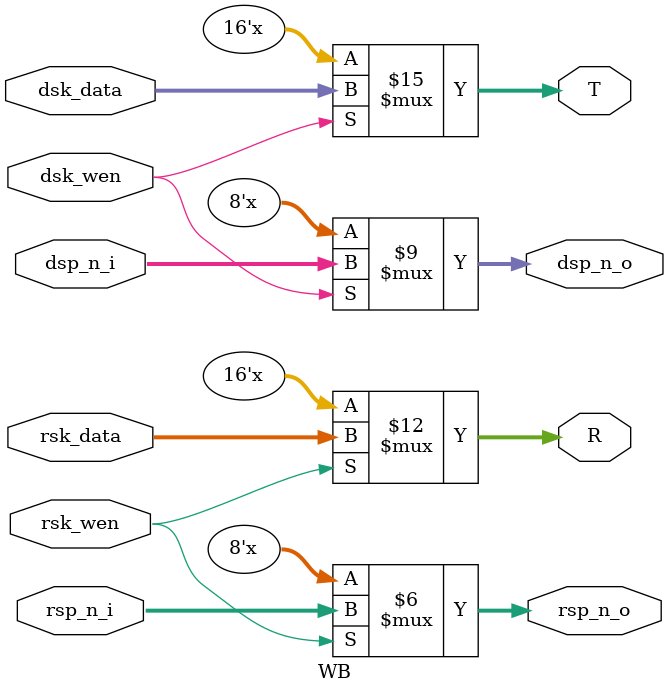
<source format=v>
module WB
(	
	//from ex_wb
	input wire [15:0]		dsk_data,
	input wire [15:0]		rsk_data,
	input wire [7:0]		dsp_n_i	,
	input wire [7:0]		rsp_n_i	,
	input wire 				dsk_wen	,
	input wire 				rsk_wen	,
	
	//to stack	
	output reg [7:0]	   	dsp_n_o		,
	output reg [7:0] 	   	rsp_n_o		,
	output reg [15:0]		T		,
	output reg [15:0]   	R		
	
);	

	
	always@(*)
	begin
		if(dsk_wen)
			T = dsk_data;
		else 
			T = T;
	end

	always@(*)
	begin
		if(rsk_wen)
			R = rsk_data;
		else 
			R = R;
	end

	always@(*)
	begin
		if(dsk_wen)
			dsp_n_o = dsp_n_i;
		else 
			dsp_n_o = dsp_n_o;
	end
	
	always@(*)
	begin
		if(rsk_wen)
			rsp_n_o = rsp_n_i;
		else 
			rsp_n_o = rsp_n_o;
	end
	

endmodule



</source>
